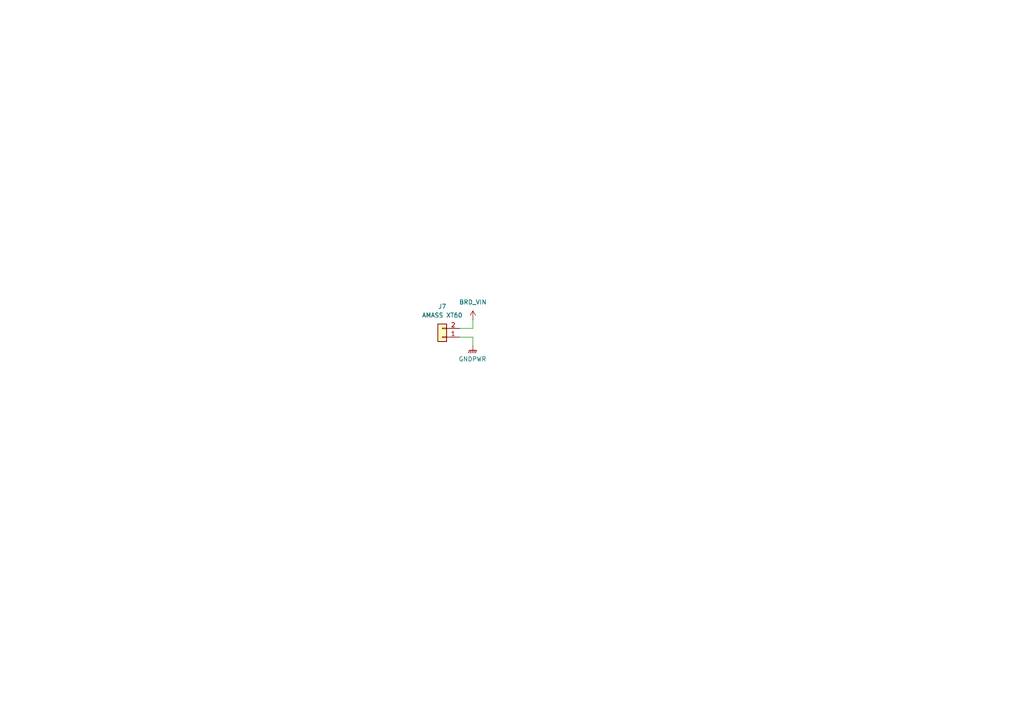
<source format=kicad_sch>
(kicad_sch (version 20250114) (generator "eeschema") (generator_version "9.0")
  (paper "A4")
  (title_block (title "MMS2") (date "2025-04-22") (rev "A") (company "Moducard System") (comment 1 "Artem Horiunov") (comment 2 "Designed in poland"))
  (lib_symbols
    (symbol "Connector_Generic:Conn_01x02" (pin_names (offset 1.016) (hide yes))
      (property "Reference" "J" (at 0 2.54 0))
      (property "Value" "Conn_01x02" (at 0 -5.08 0))
      (symbol "Conn_01x02_1_1"
        (rectangle (start -1.27 1.27) (end 1.27 -3.81) (stroke (width 0.254)) (fill (type background)))
        (rectangle (start -1.27 0.127) (end 0 -0.127) (stroke (width 0.1524)))
        (rectangle (start -1.27 -2.413) (end 0 -2.667) (stroke (width 0.1524)))
        (pin passive line (at -5.08 0 0) (length 3.81) (name "Pin_1") (number "1"))
        (pin passive line (at -5.08 -2.54 0) (length 3.81) (name "Pin_2") (number "2"))
      )
    )
    (symbol "power:GNDPWR" (power) (pin_numbers (hide yes)) (pin_names (offset 0) (hide yes))
      (property "Value" "GNDPWR" (at 0 -3.302 0))
      (symbol "GNDPWR_0_1"
        (polyline (pts (xy -1.016 -1.27) (xy -1.27 -2.032) (xy -1.27 -2.032)) (stroke (width 0.2032)))
        (polyline (pts (xy -0.508 -1.27) (xy -0.762 -2.032) (xy -0.762 -2.032)) (stroke (width 0.2032)))
        (polyline (pts (xy 0 -1.27) (xy 0 0)))
        (polyline (pts (xy 0 -1.27) (xy -0.254 -2.032) (xy -0.254 -2.032)) (stroke (width 0.2032)))
        (polyline (pts (xy 0.508 -1.27) (xy 0.254 -2.032) (xy 0.254 -2.032)) (stroke (width 0.2032)))
        (polyline (pts (xy 1.016 -1.27) (xy -1.016 -1.27) (xy -1.016 -1.27)) (stroke (width 0.2032)))
        (polyline (pts (xy 1.016 -1.27) (xy 0.762 -2.032) (xy 0.762 -2.032) (xy 0.762 -2.032)) (stroke (width 0.2032)))
      )
      (symbol "GNDPWR_1_1"
        (pin power_in line (at 0 0 270) (length 0) (name "~") (number "1"))
      )
    )
    (symbol "power:VCC" (power) (pin_numbers (hide yes)) (pin_names (offset 0) (hide yes))
      (property "Value" "VCC" (at 0 3.556 0))
      (symbol "VCC_0_1"
        (polyline (pts (xy -0.762 1.27) (xy 0 2.54)))
        (polyline (pts (xy 0 2.54) (xy 0.762 1.27)))
        (polyline (pts (xy 0 0) (xy 0 2.54)))
      )
      (symbol "VCC_1_1"
        (pin power_in line (at 0 0 90) (length 0) (name "~") (number "1"))
      )
    )
  )
  (wire (pts (xy 137.16 95.25) (xy 133.35 95.25)))
  (wire (pts (xy 137.16 92.71) (xy 137.16 95.25)))
  (wire (pts (xy 137.16 97.79) (xy 137.16 100.33)))
  (wire (pts (xy 133.35 97.79) (xy 137.16 97.79)))
  (symbol (lib_id "Connector_Generic:Conn_01x02") (at 128.27 97.79 180) (unit 1)
    (property "Reference" "J7" (at 128.27 88.9 0))
    (property "Value" "AMASS XT60" (at 128.27 91.44 0))
    (property "Footprint" "XT60:AMASS_XT60PW-F_1x02_P7.20mm_Horizontal" (effects (hide yes)))
    (property "Description" "Generic connector, single row, 01x02, script generated (kicad-library-utils/schlib/autogen/connector/)" (effects (hide yes)))
    (property "LCSC" "C428722" (effects (hide yes)))
  )
  (symbol (lib_id "power:VCC") (at 137.16 92.71 0) (unit 1)
    (property "Reference" "#PWR023" (effects (hide yes)))
    (property "Value" "BRD_VIN" (at 137.16 87.63 0))
    (property "Description" "Power symbol creates a global label with name \"VCC\"" (effects (hide yes)))
  )
  (symbol (lib_id "power:GNDPWR") (at 137.16 100.33 0) (unit 1)
    (property "Reference" "#PWR025" (effects (hide yes)))
    (property "Value" "GNDPWR" (at 137.033 104.14 0))
    (property "Description" "Power symbol creates a global label with name \"GNDPWR\" , global ground" (effects (hide yes)))
  )
)
</source>
